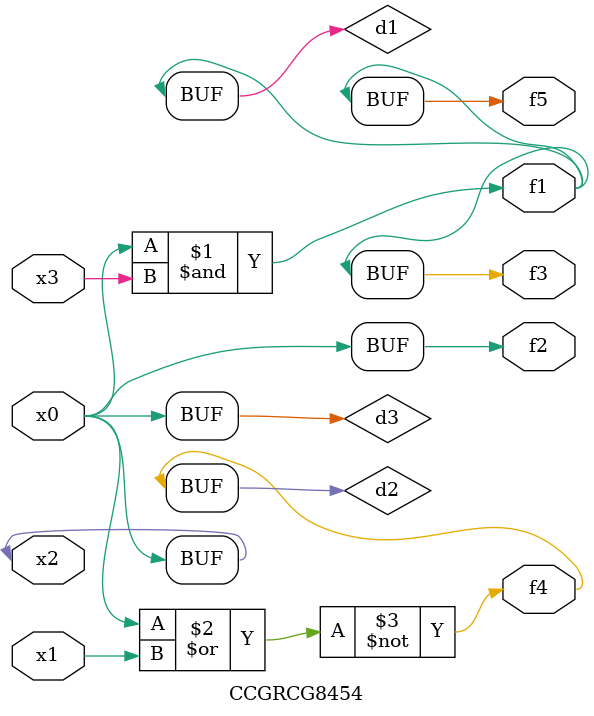
<source format=v>
module CCGRCG8454(
	input x0, x1, x2, x3,
	output f1, f2, f3, f4, f5
);

	wire d1, d2, d3;

	and (d1, x2, x3);
	nor (d2, x0, x1);
	buf (d3, x0, x2);
	assign f1 = d1;
	assign f2 = d3;
	assign f3 = d1;
	assign f4 = d2;
	assign f5 = d1;
endmodule

</source>
